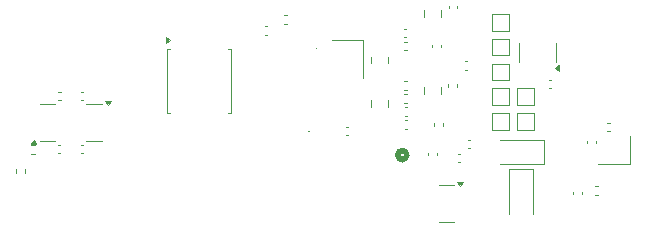
<source format=gbr>
%TF.GenerationSoftware,KiCad,Pcbnew,8.0.6*%
%TF.CreationDate,2024-11-19T20:15:16-08:00*%
%TF.ProjectId,SYNC-VT,53594e43-2d56-4542-9e6b-696361645f70,rev?*%
%TF.SameCoordinates,Original*%
%TF.FileFunction,Legend,Bot*%
%TF.FilePolarity,Positive*%
%FSLAX46Y46*%
G04 Gerber Fmt 4.6, Leading zero omitted, Abs format (unit mm)*
G04 Created by KiCad (PCBNEW 8.0.6) date 2024-11-19 20:15:16*
%MOMM*%
%LPD*%
G01*
G04 APERTURE LIST*
%ADD10C,0.508000*%
%ADD11C,0.120000*%
%ADD12C,0.100000*%
G04 APERTURE END LIST*
D10*
%TO.C,U6*%
X122054900Y-56224300D02*
G75*
G02*
X121292900Y-56224300I-381000J0D01*
G01*
X121292900Y-56224300D02*
G75*
G02*
X122054900Y-56224300I381000J0D01*
G01*
D11*
%TO.C,R31*%
X94442164Y-50857500D02*
X94657836Y-50857500D01*
X94442164Y-51577500D02*
X94657836Y-51577500D01*
%TO.C,R26*%
X121822166Y-51060000D02*
X122037838Y-51060000D01*
X121822166Y-51780000D02*
X122037838Y-51780000D01*
%TO.C,R33*%
X88980000Y-57362379D02*
X88980000Y-57697621D01*
X89740000Y-57362379D02*
X89740000Y-57697621D01*
%TO.C,C9*%
X123475002Y-44501250D02*
X123475002Y-43978746D01*
X124945002Y-44501250D02*
X124945002Y-43978746D01*
%TO.C,TP4*%
X129290018Y-50580018D02*
X130690018Y-50580018D01*
X129290018Y-51980018D02*
X129290018Y-50580018D01*
X130690018Y-50580018D02*
X130690018Y-51980018D01*
X130690018Y-51980018D02*
X129290018Y-51980018D01*
%TO.C,R6*%
X127222165Y-54925001D02*
X127437837Y-54925001D01*
X127222165Y-55645001D02*
X127437837Y-55645001D01*
%TO.C,R29*%
X92532164Y-50867500D02*
X92747836Y-50867500D01*
X92532164Y-51587500D02*
X92747836Y-51587500D01*
%TO.C,R34*%
X90615121Y-55410000D02*
X90279879Y-55410000D01*
X90615121Y-56170000D02*
X90279879Y-56170000D01*
%TO.C,R18*%
X110032164Y-45310000D02*
X110247836Y-45310000D01*
X110032164Y-46030000D02*
X110247836Y-46030000D01*
%TO.C,R23*%
X117087838Y-53840000D02*
X116872166Y-53840000D01*
X117087838Y-54560000D02*
X116872166Y-54560000D01*
%TO.C,SS2FH10HM3/H2*%
X130690000Y-61170000D02*
X130690000Y-57410000D01*
X132710000Y-57410000D02*
X130690000Y-57410000D01*
X132710000Y-61170000D02*
X132710000Y-57410000D01*
%TO.C,R19*%
X111702164Y-44370000D02*
X111917836Y-44370000D01*
X111702164Y-45090000D02*
X111917836Y-45090000D01*
%TO.C,C4*%
X139032164Y-53490000D02*
X139247836Y-53490000D01*
X139032164Y-54210000D02*
X139247836Y-54210000D01*
%TO.C,C1*%
X122047838Y-49980000D02*
X121832166Y-49980000D01*
X122047838Y-50700000D02*
X121832166Y-50700000D01*
%TO.C,U5*%
X101765000Y-47245000D02*
X101765000Y-49970000D01*
X101765000Y-52695000D02*
X101765000Y-49970000D01*
X102025000Y-47245000D02*
X101765000Y-47245000D01*
X102025000Y-52695000D02*
X101765000Y-52695000D01*
X106955000Y-47245000D02*
X107215000Y-47245000D01*
X106955000Y-52695000D02*
X107215000Y-52695000D01*
X107215000Y-47245000D02*
X107215000Y-49970000D01*
X107215000Y-52695000D02*
X107215000Y-49970000D01*
X102025000Y-46462500D02*
X101695000Y-46702500D01*
X101695000Y-46222500D01*
X102025000Y-46462500D01*
G36*
X102025000Y-46462500D02*
G01*
X101695000Y-46702500D01*
X101695000Y-46222500D01*
X102025000Y-46462500D01*
G37*
%TO.C,R32*%
X94462164Y-55357500D02*
X94677836Y-55357500D01*
X94462164Y-56077500D02*
X94677836Y-56077500D01*
D12*
%TO.C,D2*%
X114490000Y-47240000D02*
G75*
G02*
X114390000Y-47240000I-50000J0D01*
G01*
X114390000Y-47240000D02*
G75*
G02*
X114490000Y-47240000I50000J0D01*
G01*
D11*
%TO.C,R27*%
X121822166Y-46630000D02*
X122037838Y-46630000D01*
X121822166Y-47350000D02*
X122037838Y-47350000D01*
%TO.C,R25*%
X121872166Y-52170000D02*
X122087838Y-52170000D01*
X121872166Y-52890000D02*
X122087838Y-52890000D01*
%TO.C,C19*%
X119035002Y-48431252D02*
X119035002Y-47908748D01*
X120505002Y-48431252D02*
X120505002Y-47908748D01*
%TO.C,TP7*%
X131400000Y-52670000D02*
X132800000Y-52670000D01*
X131400000Y-54070000D02*
X131400000Y-52670000D01*
X132800000Y-52670000D02*
X132800000Y-54070000D01*
X132800000Y-54070000D02*
X131400000Y-54070000D01*
%TO.C,C12*%
X123505000Y-51011252D02*
X123505000Y-50488748D01*
X124975000Y-51011252D02*
X124975000Y-50488748D01*
%TO.C,TP6*%
X131410000Y-50580000D02*
X132810000Y-50580000D01*
X131410000Y-51980000D02*
X131410000Y-50580000D01*
X132810000Y-50580000D02*
X132810000Y-51980000D01*
X132810000Y-51980000D02*
X131410000Y-51980000D01*
%TO.C,X1*%
X118310002Y-46510000D02*
X115710002Y-46510000D01*
X118310002Y-49710000D02*
X118310002Y-46510000D01*
%TO.C,R24*%
X121872166Y-53270000D02*
X122087838Y-53270000D01*
X121872166Y-53990000D02*
X122087838Y-53990000D01*
%TO.C,TP5*%
X129290018Y-46390018D02*
X130690018Y-46390018D01*
X129290018Y-47790018D02*
X129290018Y-46390018D01*
X130690018Y-46390018D02*
X130690018Y-47790018D01*
X130690018Y-47790018D02*
X129290018Y-47790018D01*
%TO.C,Q1*%
X90970000Y-51910000D02*
X91620000Y-51910000D01*
X90970000Y-55030000D02*
X91620000Y-55030000D01*
X92270000Y-51910000D02*
X91620000Y-51910000D01*
X92270000Y-55030000D02*
X91620000Y-55030000D01*
X90697500Y-55310000D02*
X90217500Y-55310000D01*
X90457500Y-54980000D01*
X90697500Y-55310000D01*
G36*
X90697500Y-55310000D02*
G01*
X90217500Y-55310000D01*
X90457500Y-54980000D01*
X90697500Y-55310000D01*
G37*
%TO.C,TP2*%
X129280018Y-48470018D02*
X130680018Y-48470018D01*
X129280018Y-49870018D02*
X129280018Y-48470018D01*
X130680018Y-48470018D02*
X130680018Y-49870018D01*
X130680018Y-49870018D02*
X129280018Y-49870018D01*
%TO.C,Q2*%
X94927500Y-51917500D02*
X95577500Y-51917500D01*
X94927500Y-55037500D02*
X95577500Y-55037500D01*
X96227500Y-51917500D02*
X95577500Y-51917500D01*
X96227500Y-55037500D02*
X95577500Y-55037500D01*
X96740000Y-51967500D02*
X96500000Y-51637500D01*
X96980000Y-51637500D01*
X96740000Y-51967500D01*
G36*
X96740000Y-51967500D02*
G01*
X96500000Y-51637500D01*
X96980000Y-51637500D01*
X96740000Y-51967500D01*
G37*
%TO.C,C13*%
X119035002Y-51588748D02*
X119035002Y-52111252D01*
X120505002Y-51588748D02*
X120505002Y-52111252D01*
%TO.C,C6*%
X137320000Y-55237836D02*
X137320000Y-55022164D01*
X138040000Y-55237836D02*
X138040000Y-55022164D01*
%TO.C,C8*%
X124380002Y-53542164D02*
X124380002Y-53757836D01*
X125100002Y-53542164D02*
X125100002Y-53757836D01*
%TO.C,R39*%
X134082164Y-49850000D02*
X134297836Y-49850000D01*
X134082164Y-50570000D02*
X134297836Y-50570000D01*
%TO.C,TP1*%
X129290018Y-52670018D02*
X130690018Y-52670018D01*
X129290018Y-54070018D02*
X129290018Y-52670018D01*
X130690018Y-52670018D02*
X130690018Y-54070018D01*
X130690018Y-54070018D02*
X129290018Y-54070018D01*
%TO.C,R4*%
X126972166Y-48290000D02*
X127187838Y-48290000D01*
X126972166Y-49010000D02*
X127187838Y-49010000D01*
%TO.C,R28*%
X121812166Y-45540000D02*
X122027838Y-45540000D01*
X121812166Y-46260000D02*
X122027838Y-46260000D01*
%TO.C,R2*%
X125630002Y-43582164D02*
X125630002Y-43797836D01*
X126350002Y-43582164D02*
X126350002Y-43797836D01*
%TO.C,TP3*%
X129280018Y-44290018D02*
X130680018Y-44290018D01*
X129280018Y-45690018D02*
X129280018Y-44290018D01*
X130680018Y-44290018D02*
X130680018Y-45690018D01*
X130680018Y-45690018D02*
X129280018Y-45690018D01*
%TO.C,R38*%
X126597836Y-56120000D02*
X126382164Y-56120000D01*
X126597836Y-56840000D02*
X126382164Y-56840000D01*
%TO.C,R30*%
X92522164Y-55347500D02*
X92737836Y-55347500D01*
X92522164Y-56067500D02*
X92737836Y-56067500D01*
%TO.C,R37*%
X123890000Y-56237836D02*
X123890000Y-56022164D01*
X124610000Y-56237836D02*
X124610000Y-56022164D01*
D12*
%TO.C,D1*%
X113850000Y-54215000D02*
G75*
G02*
X113750000Y-54215000I-50000J0D01*
G01*
X113750000Y-54215000D02*
G75*
G02*
X113850000Y-54215000I50000J0D01*
G01*
D11*
%TO.C,U9*%
X124750000Y-58755000D02*
X125400000Y-58755000D01*
X124750000Y-61875000D02*
X125400000Y-61875000D01*
X126050000Y-58755000D02*
X125400000Y-58755000D01*
X126050000Y-61875000D02*
X125400000Y-61875000D01*
X126562500Y-58805000D02*
X126322500Y-58475000D01*
X126802500Y-58475000D01*
X126562500Y-58805000D01*
G36*
X126562500Y-58805000D02*
G01*
X126322500Y-58475000D01*
X126802500Y-58475000D01*
X126562500Y-58805000D01*
G37*
%TO.C,R36*%
X138237836Y-58880000D02*
X138022164Y-58880000D01*
X138237836Y-59600000D02*
X138022164Y-59600000D01*
%TO.C,C10*%
X124200002Y-46872164D02*
X124200002Y-47087836D01*
X124920002Y-46872164D02*
X124920002Y-47087836D01*
%TO.C,U10*%
X131532500Y-46750000D02*
X131532500Y-47550000D01*
X131532500Y-48350000D02*
X131532500Y-47550000D01*
X134652500Y-46750000D02*
X134652500Y-47550000D01*
X134652500Y-48350000D02*
X134652500Y-47550000D01*
X134932500Y-49090000D02*
X134602500Y-48850000D01*
X134932500Y-48610000D01*
X134932500Y-49090000D01*
G36*
X134932500Y-49090000D02*
G01*
X134602500Y-48850000D01*
X134932500Y-48610000D01*
X134932500Y-49090000D01*
G37*
%TO.C,R35*%
X136170000Y-59312164D02*
X136170000Y-59527836D01*
X136890000Y-59312164D02*
X136890000Y-59527836D01*
%TO.C,R5*%
X125580002Y-50212164D02*
X125580002Y-50427836D01*
X126300002Y-50212164D02*
X126300002Y-50427836D01*
%TO.C,SS2FH10HM3/H1*%
X129940000Y-54930000D02*
X133700000Y-54930000D01*
X129940000Y-56950000D02*
X133700000Y-56950000D01*
X133700000Y-56950000D02*
X133700000Y-54930000D01*
%TO.C,Y1*%
X138260000Y-56940000D02*
X140960000Y-56940000D01*
X140960000Y-56940000D02*
X140960000Y-54640000D01*
%TD*%
M02*

</source>
